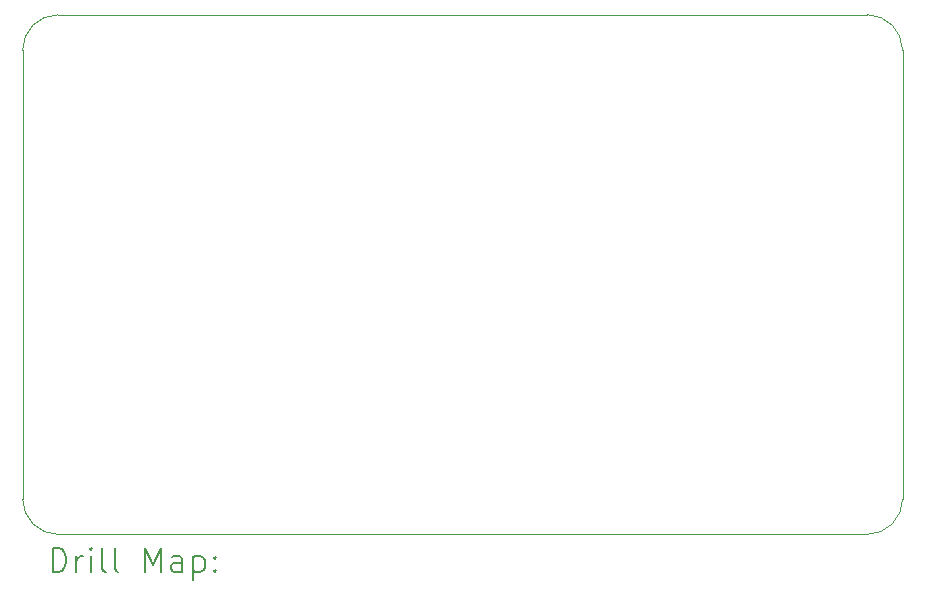
<source format=gbr>
%TF.GenerationSoftware,KiCad,Pcbnew,7.0.7*%
%TF.CreationDate,2024-05-07T13:52:26+01:00*%
%TF.ProjectId,QA403 Impedance Fixture,51413430-3320-4496-9d70-6564616e6365,rev?*%
%TF.SameCoordinates,Original*%
%TF.FileFunction,Drillmap*%
%TF.FilePolarity,Positive*%
%FSLAX45Y45*%
G04 Gerber Fmt 4.5, Leading zero omitted, Abs format (unit mm)*
G04 Created by KiCad (PCBNEW 7.0.7) date 2024-05-07 13:52:26*
%MOMM*%
%LPD*%
G01*
G04 APERTURE LIST*
%ADD10C,0.100000*%
%ADD11C,0.200000*%
G04 APERTURE END LIST*
D10*
X7850000Y-2500000D02*
G75*
G03*
X7550000Y-2800000I0J-300000D01*
G01*
X15000000Y-2800000D02*
G75*
G03*
X14700000Y-2500000I-300000J0D01*
G01*
X7550000Y-6600000D02*
X7550000Y-2800000D01*
X7850000Y-2500000D02*
X14700000Y-2500000D01*
X15000000Y-2800000D02*
X15000000Y-6600000D01*
X14700000Y-6900000D02*
X7850000Y-6900000D01*
X7550000Y-6600000D02*
G75*
G03*
X7850000Y-6900000I300000J0D01*
G01*
X14700000Y-6900000D02*
G75*
G03*
X15000000Y-6600000I0J300000D01*
G01*
D11*
X7805777Y-7216484D02*
X7805777Y-7016484D01*
X7805777Y-7016484D02*
X7853396Y-7016484D01*
X7853396Y-7016484D02*
X7881967Y-7026008D01*
X7881967Y-7026008D02*
X7901015Y-7045055D01*
X7901015Y-7045055D02*
X7910539Y-7064103D01*
X7910539Y-7064103D02*
X7920062Y-7102198D01*
X7920062Y-7102198D02*
X7920062Y-7130769D01*
X7920062Y-7130769D02*
X7910539Y-7168865D01*
X7910539Y-7168865D02*
X7901015Y-7187912D01*
X7901015Y-7187912D02*
X7881967Y-7206960D01*
X7881967Y-7206960D02*
X7853396Y-7216484D01*
X7853396Y-7216484D02*
X7805777Y-7216484D01*
X8005777Y-7216484D02*
X8005777Y-7083150D01*
X8005777Y-7121246D02*
X8015301Y-7102198D01*
X8015301Y-7102198D02*
X8024824Y-7092674D01*
X8024824Y-7092674D02*
X8043872Y-7083150D01*
X8043872Y-7083150D02*
X8062920Y-7083150D01*
X8129586Y-7216484D02*
X8129586Y-7083150D01*
X8129586Y-7016484D02*
X8120062Y-7026008D01*
X8120062Y-7026008D02*
X8129586Y-7035531D01*
X8129586Y-7035531D02*
X8139110Y-7026008D01*
X8139110Y-7026008D02*
X8129586Y-7016484D01*
X8129586Y-7016484D02*
X8129586Y-7035531D01*
X8253396Y-7216484D02*
X8234348Y-7206960D01*
X8234348Y-7206960D02*
X8224824Y-7187912D01*
X8224824Y-7187912D02*
X8224824Y-7016484D01*
X8358158Y-7216484D02*
X8339110Y-7206960D01*
X8339110Y-7206960D02*
X8329586Y-7187912D01*
X8329586Y-7187912D02*
X8329586Y-7016484D01*
X8586729Y-7216484D02*
X8586729Y-7016484D01*
X8586729Y-7016484D02*
X8653396Y-7159341D01*
X8653396Y-7159341D02*
X8720063Y-7016484D01*
X8720063Y-7016484D02*
X8720063Y-7216484D01*
X8901015Y-7216484D02*
X8901015Y-7111722D01*
X8901015Y-7111722D02*
X8891491Y-7092674D01*
X8891491Y-7092674D02*
X8872444Y-7083150D01*
X8872444Y-7083150D02*
X8834348Y-7083150D01*
X8834348Y-7083150D02*
X8815301Y-7092674D01*
X8901015Y-7206960D02*
X8881967Y-7216484D01*
X8881967Y-7216484D02*
X8834348Y-7216484D01*
X8834348Y-7216484D02*
X8815301Y-7206960D01*
X8815301Y-7206960D02*
X8805777Y-7187912D01*
X8805777Y-7187912D02*
X8805777Y-7168865D01*
X8805777Y-7168865D02*
X8815301Y-7149817D01*
X8815301Y-7149817D02*
X8834348Y-7140293D01*
X8834348Y-7140293D02*
X8881967Y-7140293D01*
X8881967Y-7140293D02*
X8901015Y-7130769D01*
X8996253Y-7083150D02*
X8996253Y-7283150D01*
X8996253Y-7092674D02*
X9015301Y-7083150D01*
X9015301Y-7083150D02*
X9053396Y-7083150D01*
X9053396Y-7083150D02*
X9072444Y-7092674D01*
X9072444Y-7092674D02*
X9081967Y-7102198D01*
X9081967Y-7102198D02*
X9091491Y-7121246D01*
X9091491Y-7121246D02*
X9091491Y-7178388D01*
X9091491Y-7178388D02*
X9081967Y-7197436D01*
X9081967Y-7197436D02*
X9072444Y-7206960D01*
X9072444Y-7206960D02*
X9053396Y-7216484D01*
X9053396Y-7216484D02*
X9015301Y-7216484D01*
X9015301Y-7216484D02*
X8996253Y-7206960D01*
X9177205Y-7197436D02*
X9186729Y-7206960D01*
X9186729Y-7206960D02*
X9177205Y-7216484D01*
X9177205Y-7216484D02*
X9167682Y-7206960D01*
X9167682Y-7206960D02*
X9177205Y-7197436D01*
X9177205Y-7197436D02*
X9177205Y-7216484D01*
X9177205Y-7092674D02*
X9186729Y-7102198D01*
X9186729Y-7102198D02*
X9177205Y-7111722D01*
X9177205Y-7111722D02*
X9167682Y-7102198D01*
X9167682Y-7102198D02*
X9177205Y-7092674D01*
X9177205Y-7092674D02*
X9177205Y-7111722D01*
M02*

</source>
